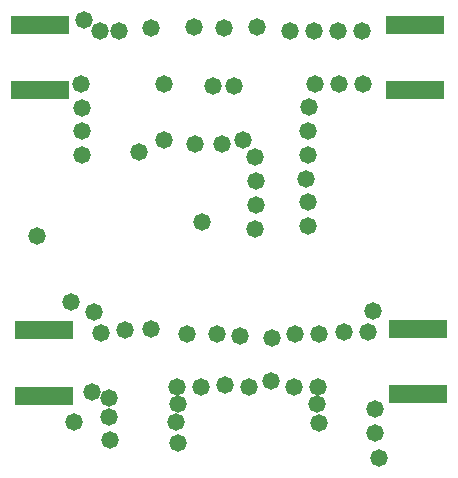
<source format=gbr>
%TF.GenerationSoftware,Altium Limited,Altium Designer,20.0.10 (225)*%
G04 Layer_Color=16711935*
%FSLAX26Y26*%
%MOIN*%
%TF.FileFunction,Soldermask,Bot*%
%TF.Part,CustomerPanel*%
G01*
G75*
%TA.AperFunction,SMDPad,CuDef*%
%ADD13R,0.196850X0.062992*%
%TA.AperFunction,ConnectorPad*%
%ADD17R,0.196850X0.062992*%
%TA.AperFunction,ViaPad*%
%ADD20C,0.058000*%
D13*
X3565590Y4370232D02*
D03*
Y4152122D02*
D03*
X2318346D02*
D03*
Y4370232D02*
D03*
X2330827Y3133780D02*
D03*
Y3351890D02*
D03*
D17*
X3577402Y3358126D02*
D03*
Y3140016D02*
D03*
D20*
X2647716Y3946890D02*
D03*
X2462716Y4386890D02*
D03*
X2452716Y4171890D02*
D03*
X3150116Y4349551D02*
D03*
X3229644D02*
D03*
X3309171D02*
D03*
X3388699D02*
D03*
X3039901Y4363026D02*
D03*
X2930965Y4358653D02*
D03*
X2962716Y4166890D02*
D03*
X2892716D02*
D03*
X2834208Y3972731D02*
D03*
X2922716Y3971890D02*
D03*
X2993729Y3987726D02*
D03*
X2730059Y3987803D02*
D03*
X2685892Y4358688D02*
D03*
X2730059Y4172803D02*
D03*
X2829901Y4363026D02*
D03*
X3034265Y3928397D02*
D03*
X3037589Y3848939D02*
D03*
X3038333Y3769415D02*
D03*
X3034265Y3689991D02*
D03*
X3211168Y3699551D02*
D03*
X3210326Y3779074D02*
D03*
X3201966Y3858161D02*
D03*
X3211622Y3937101D02*
D03*
Y4016628D02*
D03*
X3213295Y4096138D02*
D03*
X3234440Y4172803D02*
D03*
X3313968D02*
D03*
X3393495D02*
D03*
X2515642Y4349551D02*
D03*
X2456311Y4094837D02*
D03*
X2457414Y4015317D02*
D03*
Y3935789D02*
D03*
X2581460Y4348426D02*
D03*
X2306131Y3665698D02*
D03*
X2857716Y3711890D02*
D03*
X3445827Y2926890D02*
D03*
X3425827Y3416890D02*
D03*
X3410827Y3346890D02*
D03*
X3330827D02*
D03*
X2430827Y3046890D02*
D03*
X2495827Y3411890D02*
D03*
X2420827Y3446890D02*
D03*
X2518673Y3341631D02*
D03*
X2490827Y3146890D02*
D03*
X2545827Y3126890D02*
D03*
X2770827Y3046890D02*
D03*
X2545827Y3061890D02*
D03*
X2550827Y2986890D02*
D03*
X2775827Y2976890D02*
D03*
X3245827Y3041890D02*
D03*
X3434201Y3011432D02*
D03*
Y3090960D02*
D03*
X2985055Y3333048D02*
D03*
X2905863Y3340341D02*
D03*
X2853349Y3164619D02*
D03*
X2932644Y3170699D02*
D03*
X3011840Y3163438D02*
D03*
X2685827Y3356890D02*
D03*
X2600827Y3351890D02*
D03*
X2775827Y3106890D02*
D03*
X2774313Y3163438D02*
D03*
X2808468Y3339139D02*
D03*
X3247842Y3340795D02*
D03*
X3168314D02*
D03*
X3090218Y3325773D02*
D03*
X3087506Y3181927D02*
D03*
X3164855Y3163438D02*
D03*
X3244380Y3164047D02*
D03*
X3240827Y3106890D02*
D03*
%TF.MD5,1b98e96df5c79184a4ce8dda9e49c6f3*%
M02*

</source>
